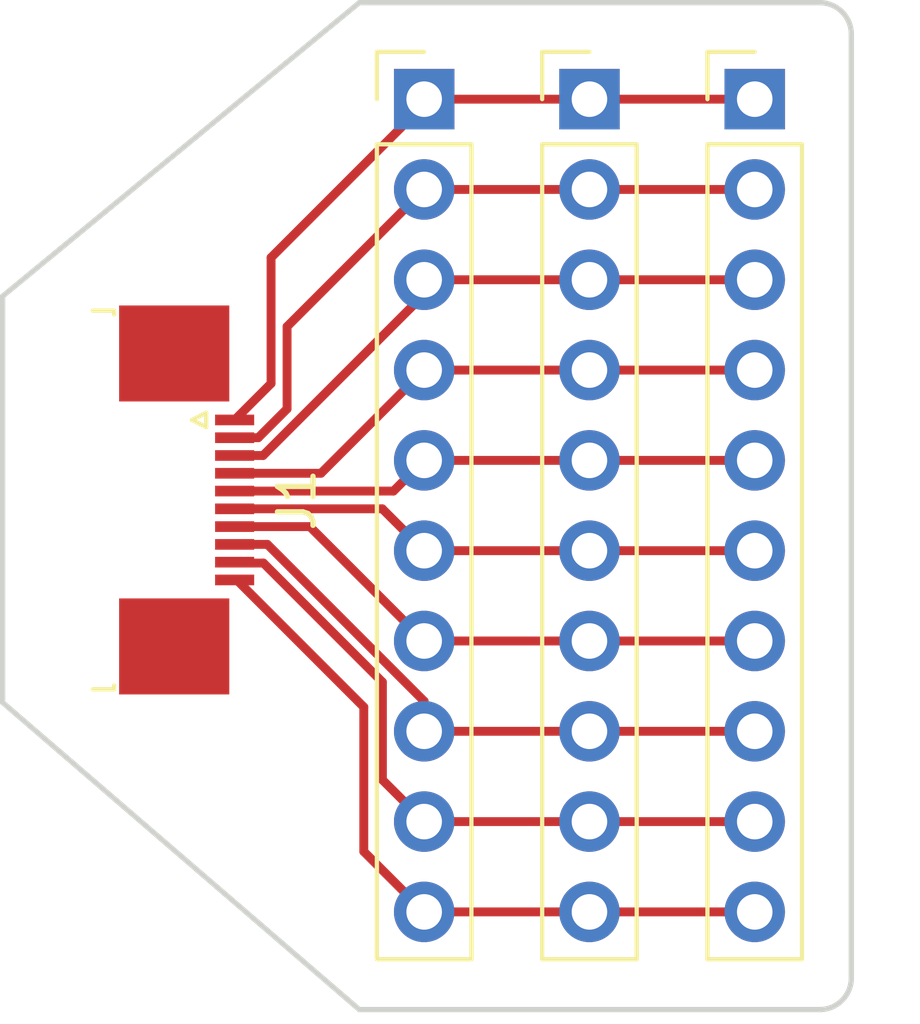
<source format=kicad_pcb>
(kicad_pcb (version 20171130) (host pcbnew 5.1.6)

  (general
    (thickness 1.6)
    (drawings 8)
    (tracks 51)
    (zones 0)
    (modules 4)
    (nets 12)
  )

  (page A4)
  (layers
    (0 F.Cu signal)
    (31 B.Cu signal)
    (32 B.Adhes user)
    (33 F.Adhes user)
    (34 B.Paste user)
    (35 F.Paste user)
    (36 B.SilkS user)
    (37 F.SilkS user)
    (38 B.Mask user)
    (39 F.Mask user)
    (40 Dwgs.User user)
    (41 Cmts.User user)
    (42 Eco1.User user)
    (43 Eco2.User user)
    (44 Edge.Cuts user)
    (45 Margin user)
    (46 B.CrtYd user)
    (47 F.CrtYd user)
    (48 B.Fab user)
    (49 F.Fab user)
  )

  (setup
    (last_trace_width 0.25)
    (trace_clearance 0.2)
    (zone_clearance 0.508)
    (zone_45_only no)
    (trace_min 0.2)
    (via_size 0.8)
    (via_drill 0.4)
    (via_min_size 0.4)
    (via_min_drill 0.3)
    (uvia_size 0.3)
    (uvia_drill 0.1)
    (uvias_allowed no)
    (uvia_min_size 0.2)
    (uvia_min_drill 0.1)
    (edge_width 0.05)
    (segment_width 0.2)
    (pcb_text_width 0.3)
    (pcb_text_size 1.5 1.5)
    (mod_edge_width 0.12)
    (mod_text_size 1 1)
    (mod_text_width 0.15)
    (pad_size 2.7 3.1)
    (pad_drill 0)
    (pad_to_mask_clearance 0.05)
    (aux_axis_origin 0 0)
    (visible_elements FFFFFF7F)
    (pcbplotparams
      (layerselection 0x010fc_ffffffff)
      (usegerberextensions false)
      (usegerberattributes true)
      (usegerberadvancedattributes true)
      (creategerberjobfile true)
      (excludeedgelayer true)
      (linewidth 0.100000)
      (plotframeref false)
      (viasonmask false)
      (mode 1)
      (useauxorigin false)
      (hpglpennumber 1)
      (hpglpenspeed 20)
      (hpglpendiameter 15.000000)
      (psnegative false)
      (psa4output false)
      (plotreference true)
      (plotvalue true)
      (plotinvisibletext false)
      (padsonsilk false)
      (subtractmaskfromsilk false)
      (outputformat 1)
      (mirror false)
      (drillshape 0)
      (scaleselection 1)
      (outputdirectory "Gerber/"))
  )

  (net 0 "")
  (net 1 P1)
  (net 2 P2)
  (net 3 P3)
  (net 4 P4)
  (net 5 P5)
  (net 6 P6)
  (net 7 P7)
  (net 8 P8)
  (net 9 P9)
  (net 10 P10)
  (net 11 "Net-(J1-PadMP)")

  (net_class Default "This is the default net class."
    (clearance 0.2)
    (trace_width 0.25)
    (via_dia 0.8)
    (via_drill 0.4)
    (uvia_dia 0.3)
    (uvia_drill 0.1)
    (add_net "Net-(J1-PadMP)")
    (add_net P1)
    (add_net P10)
    (add_net P2)
    (add_net P3)
    (add_net P4)
    (add_net P5)
    (add_net P6)
    (add_net P7)
    (add_net P8)
    (add_net P9)
  )

  (module Connector_FFC-FPC:TE_1-1734839-0_1x10-1MP_P0.5mm_Horizontal (layer F.Cu) (tedit 5F1207AB) (tstamp 5F12613F)
    (at 118.841 88.409 270)
    (descr "TE FPC connector, 10 top-side contacts, 0.5mm pitch, SMT, https://www.te.com/commerce/DocumentDelivery/DDEController?Action=showdoc&DocId=Customer+Drawing%7F1734839%7FC%7Fpdf%7FEnglish%7FENG_CD_1734839_C_C_1734839.pdf%7F4-1734839-0")
    (tags "te fpc 1734839")
    (path /5F12083E)
    (attr smd)
    (fp_text reference J1 (at 0 -3.1 90) (layer F.SilkS)
      (effects (font (size 1 1) (thickness 0.15)))
    )
    (fp_text value Conn_01x10_MountingPin (at 0 3.25 90) (layer Dwgs.User)
      (effects (font (size 0.5 0.5) (thickness 0.08)))
    )
    (fp_line (start 5.72 -2.4) (end -5.72 -2.4) (layer F.CrtYd) (width 0.05))
    (fp_line (start 5.72 4.25) (end 5.72 -2.4) (layer F.CrtYd) (width 0.05))
    (fp_line (start -5.72 4.25) (end 5.72 4.25) (layer F.CrtYd) (width 0.05))
    (fp_line (start -5.72 -2.4) (end -5.72 4.25) (layer F.CrtYd) (width 0.05))
    (fp_line (start 5.105 2.75) (end -5.105 2.75) (layer Dwgs.User) (width 0.1))
    (fp_line (start -2.05 -0.55) (end -2.45 -0.55) (layer F.SilkS) (width 0.12))
    (fp_line (start -2.25 -0.15) (end -2.05 -0.55) (layer F.SilkS) (width 0.12))
    (fp_line (start -2.45 -0.55) (end -2.25 -0.15) (layer F.SilkS) (width 0.12))
    (fp_line (start 5.325 2.04) (end 5.325 2.64) (layer F.SilkS) (width 0.12))
    (fp_line (start 5.215 2.04) (end 5.325 2.04) (layer F.SilkS) (width 0.12))
    (fp_line (start -5.325 2.04) (end -5.325 2.64) (layer F.SilkS) (width 0.12))
    (fp_line (start -5.215 2.04) (end -5.325 2.04) (layer F.SilkS) (width 0.12))
    (fp_line (start -2.25 0.15) (end -1.85 -0.65) (layer F.Fab) (width 0.1))
    (fp_line (start -2.65 -0.65) (end -2.25 0.15) (layer F.Fab) (width 0.1))
    (fp_line (start -4.56 2.15) (end -4.56 -0.65) (layer F.Fab) (width 0.1))
    (fp_line (start -5.215 2.15) (end -4.56 2.15) (layer F.Fab) (width 0.1))
    (fp_line (start -5.215 3.75) (end -5.215 2.15) (layer F.Fab) (width 0.1))
    (fp_line (start 5.215 3.75) (end -5.215 3.75) (layer F.Fab) (width 0.1))
    (fp_line (start 5.215 2.15) (end 5.215 3.75) (layer F.Fab) (width 0.1))
    (fp_line (start 4.56 2.15) (end 5.215 2.15) (layer F.Fab) (width 0.1))
    (fp_line (start 4.56 -0.65) (end 4.56 2.15) (layer F.Fab) (width 0.1))
    (fp_line (start -4.56 -0.65) (end 4.56 -0.65) (layer F.Fab) (width 0.1))
    (fp_text user %R (at 0 1.55 90) (layer F.Fab)
      (effects (font (size 1 1) (thickness 0.15)))
    )
    (pad 1 smd rect (at -2.25 -1.35 270) (size 0.3 1.1) (layers F.Cu F.Paste F.Mask)
      (net 1 P1))
    (pad 2 smd rect (at -1.75 -1.35 270) (size 0.3 1.1) (layers F.Cu F.Paste F.Mask)
      (net 2 P2))
    (pad 3 smd rect (at -1.25 -1.35 270) (size 0.3 1.1) (layers F.Cu F.Paste F.Mask)
      (net 3 P3))
    (pad 4 smd rect (at -0.75 -1.35 270) (size 0.3 1.1) (layers F.Cu F.Paste F.Mask)
      (net 4 P4))
    (pad 5 smd rect (at -0.25 -1.35 270) (size 0.3 1.1) (layers F.Cu F.Paste F.Mask)
      (net 5 P5))
    (pad 6 smd rect (at 0.25 -1.35 270) (size 0.3 1.1) (layers F.Cu F.Paste F.Mask)
      (net 6 P6))
    (pad 7 smd rect (at 0.75 -1.35 270) (size 0.3 1.1) (layers F.Cu F.Paste F.Mask)
      (net 7 P7))
    (pad 8 smd rect (at 1.25 -1.35 270) (size 0.3 1.1) (layers F.Cu F.Paste F.Mask)
      (net 8 P8))
    (pad 9 smd rect (at 1.75 -1.35 270) (size 0.3 1.1) (layers F.Cu F.Paste F.Mask)
      (net 9 P9))
    (pad 10 smd rect (at 2.25 -1.35 270) (size 0.3 1.1) (layers F.Cu F.Paste F.Mask)
      (net 10 P10))
    (pad MP smd rect (at -4.12 0.35 270) (size 2.7 3.1) (layers F.Cu F.Paste F.Mask)
      (net 11 "Net-(J1-PadMP)"))
    (pad MP smd rect (at 4.12 0.35 270) (size 2.7 3.1) (layers F.Cu F.Paste F.Mask)
      (net 11 "Net-(J1-PadMP)"))
    (model ${KISYS3DMOD}/Connector_FFC-FPC.3dshapes/TE_1-1734839-0_1x10-1MP_P0.5mm_Horizontal.wrl
      (at (xyz 0 0 0))
      (scale (xyz 1 1 1))
      (rotate (xyz 0 0 0))
    )
  )

  (module Connector_PinHeader_2.54mm:PinHeader_1x10_P2.54mm_Vertical (layer F.Cu) (tedit 59FED5CC) (tstamp 5F12615D)
    (at 125.523001 77.136001)
    (descr "Through hole straight pin header, 1x10, 2.54mm pitch, single row")
    (tags "Through hole pin header THT 1x10 2.54mm single row")
    (path /5F120F77)
    (fp_text reference J2 (at 0 -2.33) (layer F.SilkS) hide
      (effects (font (size 1 1) (thickness 0.15)))
    )
    (fp_text value Conn_01x10 (at 0 25.19) (layer F.Fab)
      (effects (font (size 1 1) (thickness 0.15)))
    )
    (fp_line (start 1.8 -1.8) (end -1.8 -1.8) (layer F.CrtYd) (width 0.05))
    (fp_line (start 1.8 24.65) (end 1.8 -1.8) (layer F.CrtYd) (width 0.05))
    (fp_line (start -1.8 24.65) (end 1.8 24.65) (layer F.CrtYd) (width 0.05))
    (fp_line (start -1.8 -1.8) (end -1.8 24.65) (layer F.CrtYd) (width 0.05))
    (fp_line (start -1.33 -1.33) (end 0 -1.33) (layer F.SilkS) (width 0.12))
    (fp_line (start -1.33 0) (end -1.33 -1.33) (layer F.SilkS) (width 0.12))
    (fp_line (start -1.33 1.27) (end 1.33 1.27) (layer F.SilkS) (width 0.12))
    (fp_line (start 1.33 1.27) (end 1.33 24.19) (layer F.SilkS) (width 0.12))
    (fp_line (start -1.33 1.27) (end -1.33 24.19) (layer F.SilkS) (width 0.12))
    (fp_line (start -1.33 24.19) (end 1.33 24.19) (layer F.SilkS) (width 0.12))
    (fp_line (start -1.27 -0.635) (end -0.635 -1.27) (layer F.Fab) (width 0.1))
    (fp_line (start -1.27 24.13) (end -1.27 -0.635) (layer F.Fab) (width 0.1))
    (fp_line (start 1.27 24.13) (end -1.27 24.13) (layer F.Fab) (width 0.1))
    (fp_line (start 1.27 -1.27) (end 1.27 24.13) (layer F.Fab) (width 0.1))
    (fp_line (start -0.635 -1.27) (end 1.27 -1.27) (layer F.Fab) (width 0.1))
    (fp_text user %R (at 0 11.43 90) (layer F.Fab)
      (effects (font (size 1 1) (thickness 0.15)))
    )
    (pad 1 thru_hole rect (at 0 0) (size 1.7 1.7) (drill 1) (layers *.Cu *.Mask)
      (net 1 P1))
    (pad 2 thru_hole oval (at 0 2.54) (size 1.7 1.7) (drill 1) (layers *.Cu *.Mask)
      (net 2 P2))
    (pad 3 thru_hole oval (at 0 5.08) (size 1.7 1.7) (drill 1) (layers *.Cu *.Mask)
      (net 3 P3))
    (pad 4 thru_hole oval (at 0 7.62) (size 1.7 1.7) (drill 1) (layers *.Cu *.Mask)
      (net 4 P4))
    (pad 5 thru_hole oval (at 0 10.16) (size 1.7 1.7) (drill 1) (layers *.Cu *.Mask)
      (net 5 P5))
    (pad 6 thru_hole oval (at 0 12.7) (size 1.7 1.7) (drill 1) (layers *.Cu *.Mask)
      (net 6 P6))
    (pad 7 thru_hole oval (at 0 15.24) (size 1.7 1.7) (drill 1) (layers *.Cu *.Mask)
      (net 7 P7))
    (pad 8 thru_hole oval (at 0 17.78) (size 1.7 1.7) (drill 1) (layers *.Cu *.Mask)
      (net 8 P8))
    (pad 9 thru_hole oval (at 0 20.32) (size 1.7 1.7) (drill 1) (layers *.Cu *.Mask)
      (net 9 P9))
    (pad 10 thru_hole oval (at 0 22.86) (size 1.7 1.7) (drill 1) (layers *.Cu *.Mask)
      (net 10 P10))
    (model ${KISYS3DMOD}/Connector_PinHeader_2.54mm.3dshapes/PinHeader_1x10_P2.54mm_Vertical.wrl
      (at (xyz 0 0 0))
      (scale (xyz 1 1 1))
      (rotate (xyz 0 0 0))
    )
  )

  (module Connector_PinHeader_2.54mm:PinHeader_1x10_P2.54mm_Vertical (layer F.Cu) (tedit 59FED5CC) (tstamp 5F12617B)
    (at 130.173001 77.136001)
    (descr "Through hole straight pin header, 1x10, 2.54mm pitch, single row")
    (tags "Through hole pin header THT 1x10 2.54mm single row")
    (path /5F1220B8)
    (fp_text reference J3 (at 0 -2.33) (layer F.SilkS) hide
      (effects (font (size 1 1) (thickness 0.15)))
    )
    (fp_text value Conn_01x10 (at 0 25.19) (layer F.Fab)
      (effects (font (size 1 1) (thickness 0.15)))
    )
    (fp_text user %R (at 0 11.43 90) (layer F.Fab)
      (effects (font (size 1 1) (thickness 0.15)))
    )
    (fp_line (start -0.635 -1.27) (end 1.27 -1.27) (layer F.Fab) (width 0.1))
    (fp_line (start 1.27 -1.27) (end 1.27 24.13) (layer F.Fab) (width 0.1))
    (fp_line (start 1.27 24.13) (end -1.27 24.13) (layer F.Fab) (width 0.1))
    (fp_line (start -1.27 24.13) (end -1.27 -0.635) (layer F.Fab) (width 0.1))
    (fp_line (start -1.27 -0.635) (end -0.635 -1.27) (layer F.Fab) (width 0.1))
    (fp_line (start -1.33 24.19) (end 1.33 24.19) (layer F.SilkS) (width 0.12))
    (fp_line (start -1.33 1.27) (end -1.33 24.19) (layer F.SilkS) (width 0.12))
    (fp_line (start 1.33 1.27) (end 1.33 24.19) (layer F.SilkS) (width 0.12))
    (fp_line (start -1.33 1.27) (end 1.33 1.27) (layer F.SilkS) (width 0.12))
    (fp_line (start -1.33 0) (end -1.33 -1.33) (layer F.SilkS) (width 0.12))
    (fp_line (start -1.33 -1.33) (end 0 -1.33) (layer F.SilkS) (width 0.12))
    (fp_line (start -1.8 -1.8) (end -1.8 24.65) (layer F.CrtYd) (width 0.05))
    (fp_line (start -1.8 24.65) (end 1.8 24.65) (layer F.CrtYd) (width 0.05))
    (fp_line (start 1.8 24.65) (end 1.8 -1.8) (layer F.CrtYd) (width 0.05))
    (fp_line (start 1.8 -1.8) (end -1.8 -1.8) (layer F.CrtYd) (width 0.05))
    (pad 10 thru_hole oval (at 0 22.86) (size 1.7 1.7) (drill 1) (layers *.Cu *.Mask)
      (net 10 P10))
    (pad 9 thru_hole oval (at 0 20.32) (size 1.7 1.7) (drill 1) (layers *.Cu *.Mask)
      (net 9 P9))
    (pad 8 thru_hole oval (at 0 17.78) (size 1.7 1.7) (drill 1) (layers *.Cu *.Mask)
      (net 8 P8))
    (pad 7 thru_hole oval (at 0 15.24) (size 1.7 1.7) (drill 1) (layers *.Cu *.Mask)
      (net 7 P7))
    (pad 6 thru_hole oval (at 0 12.7) (size 1.7 1.7) (drill 1) (layers *.Cu *.Mask)
      (net 6 P6))
    (pad 5 thru_hole oval (at 0 10.16) (size 1.7 1.7) (drill 1) (layers *.Cu *.Mask)
      (net 5 P5))
    (pad 4 thru_hole oval (at 0 7.62) (size 1.7 1.7) (drill 1) (layers *.Cu *.Mask)
      (net 4 P4))
    (pad 3 thru_hole oval (at 0 5.08) (size 1.7 1.7) (drill 1) (layers *.Cu *.Mask)
      (net 3 P3))
    (pad 2 thru_hole oval (at 0 2.54) (size 1.7 1.7) (drill 1) (layers *.Cu *.Mask)
      (net 2 P2))
    (pad 1 thru_hole rect (at 0 0) (size 1.7 1.7) (drill 1) (layers *.Cu *.Mask)
      (net 1 P1))
    (model ${KISYS3DMOD}/Connector_PinHeader_2.54mm.3dshapes/PinHeader_1x10_P2.54mm_Vertical.wrl
      (at (xyz 0 0 0))
      (scale (xyz 1 1 1))
      (rotate (xyz 0 0 0))
    )
  )

  (module Connector_PinHeader_2.54mm:PinHeader_1x10_P2.54mm_Vertical (layer F.Cu) (tedit 59FED5CC) (tstamp 5F126199)
    (at 134.823001 77.136001)
    (descr "Through hole straight pin header, 1x10, 2.54mm pitch, single row")
    (tags "Through hole pin header THT 1x10 2.54mm single row")
    (path /5F122C60)
    (fp_text reference J4 (at 0 -2.33) (layer F.SilkS) hide
      (effects (font (size 1 1) (thickness 0.15)))
    )
    (fp_text value Conn_01x10 (at 0 25.19) (layer F.Fab)
      (effects (font (size 1 1) (thickness 0.15)))
    )
    (fp_line (start 1.8 -1.8) (end -1.8 -1.8) (layer F.CrtYd) (width 0.05))
    (fp_line (start 1.8 24.65) (end 1.8 -1.8) (layer F.CrtYd) (width 0.05))
    (fp_line (start -1.8 24.65) (end 1.8 24.65) (layer F.CrtYd) (width 0.05))
    (fp_line (start -1.8 -1.8) (end -1.8 24.65) (layer F.CrtYd) (width 0.05))
    (fp_line (start -1.33 -1.33) (end 0 -1.33) (layer F.SilkS) (width 0.12))
    (fp_line (start -1.33 0) (end -1.33 -1.33) (layer F.SilkS) (width 0.12))
    (fp_line (start -1.33 1.27) (end 1.33 1.27) (layer F.SilkS) (width 0.12))
    (fp_line (start 1.33 1.27) (end 1.33 24.19) (layer F.SilkS) (width 0.12))
    (fp_line (start -1.33 1.27) (end -1.33 24.19) (layer F.SilkS) (width 0.12))
    (fp_line (start -1.33 24.19) (end 1.33 24.19) (layer F.SilkS) (width 0.12))
    (fp_line (start -1.27 -0.635) (end -0.635 -1.27) (layer F.Fab) (width 0.1))
    (fp_line (start -1.27 24.13) (end -1.27 -0.635) (layer F.Fab) (width 0.1))
    (fp_line (start 1.27 24.13) (end -1.27 24.13) (layer F.Fab) (width 0.1))
    (fp_line (start 1.27 -1.27) (end 1.27 24.13) (layer F.Fab) (width 0.1))
    (fp_line (start -0.635 -1.27) (end 1.27 -1.27) (layer F.Fab) (width 0.1))
    (fp_text user %R (at 0 11.43 90) (layer F.Fab)
      (effects (font (size 1 1) (thickness 0.15)))
    )
    (pad 1 thru_hole rect (at 0 0) (size 1.7 1.7) (drill 1) (layers *.Cu *.Mask)
      (net 1 P1))
    (pad 2 thru_hole oval (at 0 2.54) (size 1.7 1.7) (drill 1) (layers *.Cu *.Mask)
      (net 2 P2))
    (pad 3 thru_hole oval (at 0 5.08) (size 1.7 1.7) (drill 1) (layers *.Cu *.Mask)
      (net 3 P3))
    (pad 4 thru_hole oval (at 0 7.62) (size 1.7 1.7) (drill 1) (layers *.Cu *.Mask)
      (net 4 P4))
    (pad 5 thru_hole oval (at 0 10.16) (size 1.7 1.7) (drill 1) (layers *.Cu *.Mask)
      (net 5 P5))
    (pad 6 thru_hole oval (at 0 12.7) (size 1.7 1.7) (drill 1) (layers *.Cu *.Mask)
      (net 6 P6))
    (pad 7 thru_hole oval (at 0 15.24) (size 1.7 1.7) (drill 1) (layers *.Cu *.Mask)
      (net 7 P7))
    (pad 8 thru_hole oval (at 0 17.78) (size 1.7 1.7) (drill 1) (layers *.Cu *.Mask)
      (net 8 P8))
    (pad 9 thru_hole oval (at 0 20.32) (size 1.7 1.7) (drill 1) (layers *.Cu *.Mask)
      (net 9 P9))
    (pad 10 thru_hole oval (at 0 22.86) (size 1.7 1.7) (drill 1) (layers *.Cu *.Mask)
      (net 10 P10))
    (model ${KISYS3DMOD}/Connector_PinHeader_2.54mm.3dshapes/PinHeader_1x10_P2.54mm_Vertical.wrl
      (at (xyz 0 0 0))
      (scale (xyz 1 1 1))
      (rotate (xyz 0 0 0))
    )
  )

  (gr_line (start 123.698 102.743) (end 113.665 94.107) (layer Edge.Cuts) (width 0.15) (tstamp 5F12676D))
  (gr_line (start 136.652 102.743) (end 123.698 102.743) (layer Edge.Cuts) (width 0.15))
  (gr_arc (start 136.652 101.854) (end 136.652 102.743) (angle -90) (layer Edge.Cuts) (width 0.15))
  (gr_line (start 137.541 75.311) (end 137.541 101.854) (layer Edge.Cuts) (width 0.15))
  (gr_arc (start 136.652 75.311) (end 137.541 75.311) (angle -90) (layer Edge.Cuts) (width 0.15))
  (gr_line (start 123.698 74.422) (end 136.652 74.422) (layer Edge.Cuts) (width 0.15))
  (gr_line (start 113.665 82.677) (end 123.698 74.422) (layer Edge.Cuts) (width 0.15))
  (gr_line (start 113.665 94.107) (end 113.665 82.677) (layer Edge.Cuts) (width 0.15))

  (segment (start 120.191 86.159) (end 121.215989 85.134011) (width 0.25) (layer F.Cu) (net 1))
  (segment (start 125.523001 77.284977) (end 121.215989 81.591989) (width 0.25) (layer F.Cu) (net 1))
  (segment (start 125.523001 77.136001) (end 125.523001 77.284977) (width 0.25) (layer F.Cu) (net 1))
  (segment (start 121.215989 85.134011) (end 121.215989 81.591989) (width 0.25) (layer F.Cu) (net 1))
  (segment (start 125.523001 77.136001) (end 130.173001 77.136001) (width 0.25) (layer F.Cu) (net 1))
  (segment (start 130.173001 77.136001) (end 134.823001 77.136001) (width 0.25) (layer F.Cu) (net 1))
  (segment (start 121.666 83.533002) (end 125.523001 79.676001) (width 0.25) (layer F.Cu) (net 2))
  (segment (start 121.666 85.84759) (end 121.666 83.533002) (width 0.25) (layer F.Cu) (net 2))
  (segment (start 120.85459 86.659) (end 121.666 85.84759) (width 0.25) (layer F.Cu) (net 2))
  (segment (start 120.191 86.659) (end 120.85459 86.659) (width 0.25) (layer F.Cu) (net 2))
  (segment (start 125.523001 79.676001) (end 130.173001 79.676001) (width 0.25) (layer F.Cu) (net 2))
  (segment (start 130.173001 79.676001) (end 134.823001 79.676001) (width 0.25) (layer F.Cu) (net 2))
  (segment (start 120.991 87.159) (end 120.191 87.159) (width 0.25) (layer F.Cu) (net 3))
  (segment (start 125.523001 82.626999) (end 120.991 87.159) (width 0.25) (layer F.Cu) (net 3))
  (segment (start 125.523001 82.216001) (end 125.523001 82.626999) (width 0.25) (layer F.Cu) (net 3))
  (segment (start 125.523001 82.216001) (end 130.173001 82.216001) (width 0.25) (layer F.Cu) (net 3))
  (segment (start 130.173001 82.216001) (end 134.823001 82.216001) (width 0.25) (layer F.Cu) (net 3))
  (segment (start 122.620002 87.659) (end 125.523001 84.756001) (width 0.25) (layer F.Cu) (net 4))
  (segment (start 120.191 87.659) (end 122.620002 87.659) (width 0.25) (layer F.Cu) (net 4))
  (segment (start 125.523001 84.756001) (end 130.173001 84.756001) (width 0.25) (layer F.Cu) (net 4))
  (segment (start 130.173001 84.756001) (end 134.823001 84.756001) (width 0.25) (layer F.Cu) (net 4))
  (segment (start 124.660002 88.159) (end 125.523001 87.296001) (width 0.25) (layer F.Cu) (net 5))
  (segment (start 120.191 88.159) (end 124.660002 88.159) (width 0.25) (layer F.Cu) (net 5))
  (segment (start 125.523001 87.296001) (end 130.173001 87.296001) (width 0.25) (layer F.Cu) (net 5))
  (segment (start 130.173001 87.296001) (end 134.823001 87.296001) (width 0.25) (layer F.Cu) (net 5))
  (segment (start 124.346 88.659) (end 125.523001 89.836001) (width 0.25) (layer F.Cu) (net 6))
  (segment (start 120.191 88.659) (end 124.346 88.659) (width 0.25) (layer F.Cu) (net 6))
  (segment (start 125.523001 89.836001) (end 130.173001 89.836001) (width 0.25) (layer F.Cu) (net 6))
  (segment (start 130.173001 89.836001) (end 134.823001 89.836001) (width 0.25) (layer F.Cu) (net 6))
  (segment (start 120.191 89.159) (end 122.306 89.159) (width 0.25) (layer F.Cu) (net 7))
  (segment (start 122.306 89.159) (end 125.523001 92.376001) (width 0.25) (layer F.Cu) (net 7))
  (segment (start 125.523001 92.376001) (end 130.173001 92.376001) (width 0.25) (layer F.Cu) (net 7))
  (segment (start 130.173001 92.376001) (end 134.823001 92.376001) (width 0.25) (layer F.Cu) (net 7))
  (segment (start 120.191 89.659) (end 121.112413 89.659) (width 0.25) (layer F.Cu) (net 8))
  (segment (start 121.112413 89.659) (end 125.523001 94.069588) (width 0.25) (layer F.Cu) (net 8))
  (segment (start 125.523001 94.069588) (end 125.523001 94.916001) (width 0.25) (layer F.Cu) (net 8))
  (segment (start 125.523001 94.916001) (end 130.173001 94.916001) (width 0.25) (layer F.Cu) (net 8))
  (segment (start 130.173001 94.916001) (end 134.823001 94.916001) (width 0.25) (layer F.Cu) (net 8))
  (segment (start 124.348 96.281) (end 125.523001 97.456001) (width 0.25) (layer F.Cu) (net 9))
  (segment (start 124.348 93.530998) (end 124.348 96.281) (width 0.25) (layer F.Cu) (net 9))
  (segment (start 120.191 90.159) (end 120.215999 90.183999) (width 0.25) (layer F.Cu) (net 9))
  (segment (start 121.001001 90.183999) (end 124.348 93.530998) (width 0.25) (layer F.Cu) (net 9))
  (segment (start 120.215999 90.183999) (end 121.001001 90.183999) (width 0.25) (layer F.Cu) (net 9))
  (segment (start 125.523001 97.456001) (end 130.173001 97.456001) (width 0.25) (layer F.Cu) (net 9))
  (segment (start 130.173001 97.456001) (end 134.823001 97.456001) (width 0.25) (layer F.Cu) (net 9))
  (segment (start 120.191 90.659) (end 120.25 90.659) (width 0.25) (layer F.Cu) (net 10))
  (segment (start 120.25 90.659) (end 123.825 94.234) (width 0.25) (layer F.Cu) (net 10))
  (segment (start 123.825 98.298) (end 125.523001 99.996001) (width 0.25) (layer F.Cu) (net 10))
  (segment (start 123.825 94.234) (end 123.825 98.298) (width 0.25) (layer F.Cu) (net 10))
  (segment (start 125.523001 99.996001) (end 130.173001 99.996001) (width 0.25) (layer F.Cu) (net 10))
  (segment (start 130.173001 99.996001) (end 134.823001 99.996001) (width 0.25) (layer F.Cu) (net 10))

)

</source>
